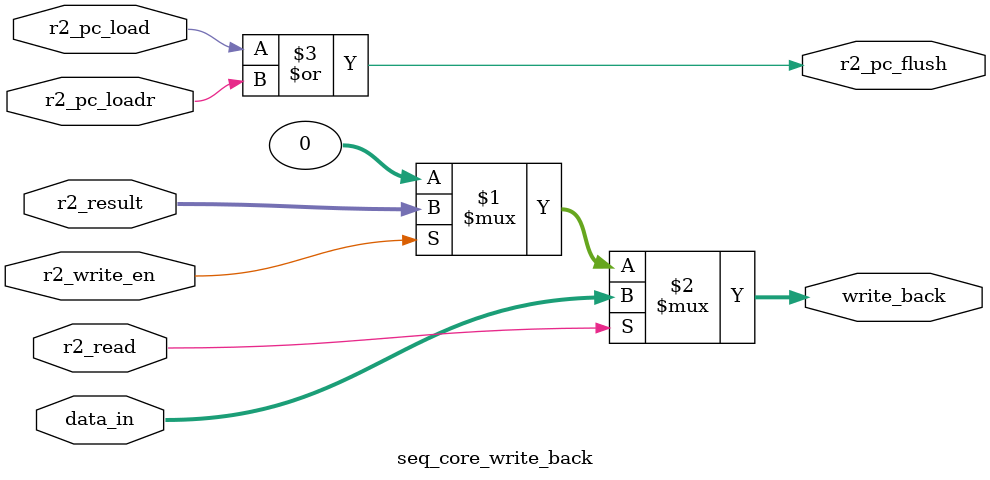
<source format=v>
module seq_core_write_back
#(
   parameter D_SIZE = 32
)
(
// general
// input               rst_n      , // active 0
// input               clk        ,
// special
   input               r2_read    ,
   input               r2_write_en,
   input  [D_SIZE-1:0] data_in    ,
   input  [D_SIZE-1:0] r2_result  ,
   output [D_SIZE-1:0] write_back ,
   input               r2_pc_load ,
   input               r2_pc_loadr,
   output              r2_pc_flush
);


assign write_back = (r2_read    ) ? data_in   :
                    (r2_write_en) ? r2_result : 0;


assign r2_pc_flush = (r2_pc_load | r2_pc_loadr);


endmodule
</source>
